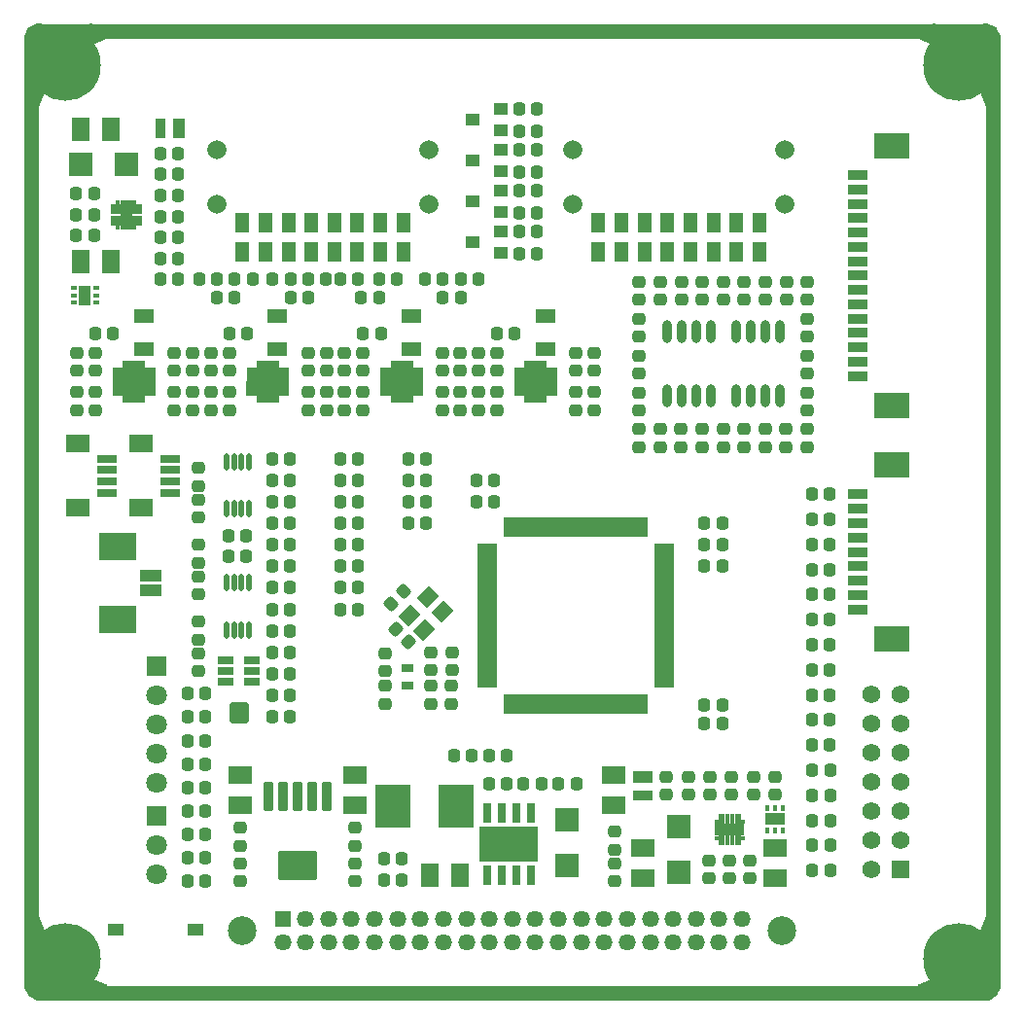
<source format=gbr>
G04*
G04 #@! TF.GenerationSoftware,Altium Limited,Altium Designer,24.1.2 (44)*
G04*
G04 Layer_Color=8388736*
%FSLAX44Y44*%
%MOMM*%
G71*
G04*
G04 #@! TF.SameCoordinates,0167BC31-9F51-4C88-88AF-6E24005CD23D*
G04*
G04*
G04 #@! TF.FilePolarity,Negative*
G04*
G01*
G75*
%ADD24C,1.2300*%
%ADD71R,1.6764X0.7366*%
G04:AMPARAMS|DCode=72|XSize=1.1532mm|YSize=1.0532mm|CornerRadius=0.3141mm|HoleSize=0mm|Usage=FLASHONLY|Rotation=270.000|XOffset=0mm|YOffset=0mm|HoleType=Round|Shape=RoundedRectangle|*
%AMROUNDEDRECTD72*
21,1,1.1532,0.4250,0,0,270.0*
21,1,0.5250,1.0532,0,0,270.0*
1,1,0.6282,-0.2125,-0.2625*
1,1,0.6282,-0.2125,0.2625*
1,1,0.6282,0.2125,0.2625*
1,1,0.6282,0.2125,-0.2625*
%
%ADD72ROUNDEDRECTD72*%
G04:AMPARAMS|DCode=73|XSize=1.6729mm|YSize=0.8032mm|CornerRadius=0.2516mm|HoleSize=0mm|Usage=FLASHONLY|Rotation=180.000|XOffset=0mm|YOffset=0mm|HoleType=Round|Shape=RoundedRectangle|*
%AMROUNDEDRECTD73*
21,1,1.6729,0.3000,0,0,180.0*
21,1,1.1697,0.8032,0,0,180.0*
1,1,0.5032,-0.5849,0.1500*
1,1,0.5032,0.5849,0.1500*
1,1,0.5032,0.5849,-0.1500*
1,1,0.5032,-0.5849,-0.1500*
%
%ADD73ROUNDEDRECTD73*%
%ADD74R,5.1032X3.1532*%
%ADD75R,3.1524X2.2524*%
%ADD76R,1.7524X0.9524*%
%ADD77R,1.1532X1.1032*%
G04:AMPARAMS|DCode=78|XSize=1.3032mm|YSize=1.5032mm|CornerRadius=0mm|HoleSize=0mm|Usage=FLASHONLY|Rotation=135.000|XOffset=0mm|YOffset=0mm|HoleType=Round|Shape=Rectangle|*
%AMROTATEDRECTD78*
4,1,4,0.9922,0.0707,-0.0707,-0.9922,-0.9922,-0.0707,0.0707,0.9922,0.9922,0.0707,0.0*
%
%ADD78ROTATEDRECTD78*%

%ADD79R,1.7032X1.2032*%
%ADD80R,2.0032X1.6032*%
%ADD81R,1.6032X2.0032*%
G04:AMPARAMS|DCode=82|XSize=1.1532mm|YSize=1.0532mm|CornerRadius=0.3141mm|HoleSize=0mm|Usage=FLASHONLY|Rotation=180.000|XOffset=0mm|YOffset=0mm|HoleType=Round|Shape=RoundedRectangle|*
%AMROUNDEDRECTD82*
21,1,1.1532,0.4250,0,0,180.0*
21,1,0.5250,1.0532,0,0,180.0*
1,1,0.6282,-0.2625,0.2125*
1,1,0.6282,0.2625,0.2125*
1,1,0.6282,0.2625,-0.2125*
1,1,0.6282,-0.2625,-0.2125*
%
%ADD82ROUNDEDRECTD82*%
G04:AMPARAMS|DCode=83|XSize=1.1532mm|YSize=1.0532mm|CornerRadius=0.3141mm|HoleSize=0mm|Usage=FLASHONLY|Rotation=315.000|XOffset=0mm|YOffset=0mm|HoleType=Round|Shape=RoundedRectangle|*
%AMROUNDEDRECTD83*
21,1,1.1532,0.4250,0,0,315.0*
21,1,0.5250,1.0532,0,0,315.0*
1,1,0.6282,0.0354,-0.3359*
1,1,0.6282,-0.3359,0.0354*
1,1,0.6282,-0.0354,0.3359*
1,1,0.6282,0.3359,-0.0354*
%
%ADD83ROUNDEDRECTD83*%
G04:AMPARAMS|DCode=84|XSize=1.1532mm|YSize=1.0532mm|CornerRadius=0.3141mm|HoleSize=0mm|Usage=FLASHONLY|Rotation=45.000|XOffset=0mm|YOffset=0mm|HoleType=Round|Shape=RoundedRectangle|*
%AMROUNDEDRECTD84*
21,1,1.1532,0.4250,0,0,45.0*
21,1,0.5250,1.0532,0,0,45.0*
1,1,0.6282,0.3359,0.0354*
1,1,0.6282,-0.0354,-0.3359*
1,1,0.6282,-0.3359,-0.0354*
1,1,0.6282,0.0354,0.3359*
%
%ADD84ROUNDEDRECTD84*%
%ADD85R,2.1050X1.4954*%
%ADD86R,1.6510X0.7620*%
%ADD87R,2.0032X2.0032*%
%ADD88R,2.0032X2.0032*%
%ADD89R,1.4032X0.8032*%
%ADD90R,1.2032X1.7032*%
%ADD91R,1.7272X0.5334*%
%ADD92R,0.5334X1.7272*%
%ADD93R,0.4532X0.8532*%
%ADD94R,0.5032X0.8532*%
%ADD95R,0.8532X0.4532*%
%ADD96R,2.6032X0.5032*%
%ADD97R,0.8532X0.5032*%
%ADD98R,0.5032X2.6032*%
%ADD99R,1.1032X0.8032*%
%ADD100R,1.9050X1.0160*%
%ADD101R,3.3020X2.4130*%
%ADD102R,1.7016X1.1016*%
%ADD103R,0.4016X0.5516*%
%ADD104R,1.1016X1.7016*%
%ADD105R,0.5516X0.4016*%
%ADD106R,3.1532X3.7032*%
%ADD107R,1.7032X0.9032*%
%ADD108R,1.7032X1.0032*%
%ADD109R,0.9032X1.7032*%
%ADD110R,1.0032X1.7032*%
%ADD111O,0.4516X1.5016*%
%ADD112R,0.8532X0.5032*%
%ADD113R,0.9032X1.2032*%
%ADD114R,0.8532X0.4318*%
%ADD115O,0.8032X2.0032*%
%ADD116R,1.4032X1.0032*%
G04:AMPARAMS|DCode=117|XSize=0.9032mm|YSize=2.6032mm|CornerRadius=0.1506mm|HoleSize=0mm|Usage=FLASHONLY|Rotation=0.000|XOffset=0mm|YOffset=0mm|HoleType=Round|Shape=RoundedRectangle|*
%AMROUNDEDRECTD117*
21,1,0.9032,2.3020,0,0,0.0*
21,1,0.6020,2.6032,0,0,0.0*
1,1,0.3012,0.3010,-1.1510*
1,1,0.3012,-0.3010,-1.1510*
1,1,0.3012,-0.3010,1.1510*
1,1,0.3012,0.3010,1.1510*
%
%ADD117ROUNDEDRECTD117*%
G04:AMPARAMS|DCode=118|XSize=3.4032mm|YSize=2.6032mm|CornerRadius=0.1496mm|HoleSize=0mm|Usage=FLASHONLY|Rotation=0.000|XOffset=0mm|YOffset=0mm|HoleType=Round|Shape=RoundedRectangle|*
%AMROUNDEDRECTD118*
21,1,3.4032,2.3040,0,0,0.0*
21,1,3.1040,2.6032,0,0,0.0*
1,1,0.2992,1.5520,-1.1520*
1,1,0.2992,-1.5520,-1.1520*
1,1,0.2992,-1.5520,1.1520*
1,1,0.2992,1.5520,1.1520*
%
%ADD118ROUNDEDRECTD118*%
%ADD119R,1.5732X1.5732*%
%ADD120C,1.5732*%
%ADD121C,1.6612*%
%ADD122C,1.4612*%
%ADD123R,1.4612X1.4612*%
%ADD124C,2.5032*%
%ADD125C,1.2032*%
%ADD126C,6.2032*%
%ADD127C,1.8032*%
%ADD128R,1.8032X1.8032*%
G36*
X72652Y837497D02*
X60031Y831958D01*
X36000Y840539D01*
X16444Y833556D01*
X9461Y814000D01*
X18041Y789969D01*
X12503Y777348D01*
X203Y791409D01*
X5264Y814000D01*
X203Y836591D01*
X11965Y837935D01*
Y837959D01*
X12003Y837997D01*
X12077Y837997D01*
X13409Y849797D01*
X36000Y844736D01*
X58591Y849797D01*
X72652Y837497D01*
D02*
G37*
G36*
X837941Y838035D02*
X837959D01*
X837997Y837997D01*
X837997Y837914D01*
X849803Y836551D01*
X849736Y835727D01*
X849535Y834425D01*
X847394Y824422D01*
X844868Y814000D01*
X847394Y803578D01*
X849535Y793575D01*
X849736Y792273D01*
X849803Y791449D01*
X837503Y777355D01*
X831991Y789993D01*
X840533Y814000D01*
X834066Y832174D01*
X832200Y834040D01*
X814000Y840539D01*
X789968Y831958D01*
X777347Y837496D01*
X791408Y849797D01*
X814000Y844736D01*
X836592Y849797D01*
X837941Y838035D01*
D02*
G37*
G36*
X454968Y550608D02*
X463723Y550607D01*
Y526070D01*
X463714Y526061D01*
X454968D01*
X454972Y526057D01*
X454970Y519971D01*
X435443Y519972D01*
Y526070D01*
X426672Y526070D01*
X426697Y550609D01*
X435443Y550609D01*
Y556704D01*
X454968D01*
Y550608D01*
D02*
G37*
G36*
X338429D02*
X347184Y550607D01*
Y526070D01*
X347175Y526061D01*
X338429D01*
X338433Y526057D01*
X338431Y519971D01*
X318904Y519972D01*
Y526070D01*
X310133Y526070D01*
X310158Y550609D01*
X318904Y550609D01*
Y556704D01*
X338429D01*
Y550608D01*
D02*
G37*
G36*
X105350D02*
X114105Y550607D01*
Y526070D01*
X114096Y526061D01*
X105350D01*
X105354Y526057D01*
X105352Y519971D01*
X85826Y519972D01*
Y526070D01*
X77054Y526070D01*
X77079Y550609D01*
X85826Y550609D01*
Y556704D01*
X105350D01*
Y550608D01*
D02*
G37*
G36*
X221867Y550571D02*
X230623Y550570D01*
Y526033D01*
X230613Y526024D01*
X221867D01*
X221871Y526020D01*
X221870Y519934D01*
X202343Y519935D01*
Y526033D01*
X193571Y526033D01*
X193596Y550572D01*
X202343Y550572D01*
Y556667D01*
X221867D01*
Y550571D01*
D02*
G37*
G36*
X444455Y171018D02*
X444475D01*
X444505Y171008D01*
X444525D01*
X444555Y170998D01*
X444575Y170988D01*
X444605Y170978D01*
X444625Y170958D01*
X444645Y170948D01*
X444665Y170928D01*
X444685Y170918D01*
X444705Y170898D01*
X444725Y170878D01*
X444745Y170858D01*
X444765Y170838D01*
X444775Y170818D01*
X444795Y170798D01*
X444805Y170778D01*
X444825Y170758D01*
X444835Y170728D01*
X444845Y170708D01*
X444855Y170678D01*
Y170658D01*
X444865Y170628D01*
Y170608D01*
X444875Y170578D01*
Y154578D01*
X444865Y154548D01*
Y154528D01*
X444855Y154498D01*
Y154478D01*
X444845Y154448D01*
X444835Y154428D01*
X444825Y154398D01*
X444805Y154378D01*
X444795Y154358D01*
X444775Y154338D01*
X444765Y154318D01*
X444745Y154298D01*
X444725Y154278D01*
X444705Y154258D01*
X444685Y154238D01*
X444665Y154228D01*
X444645Y154208D01*
X444625Y154198D01*
X444605Y154178D01*
X444575Y154168D01*
X444555Y154158D01*
X444525Y154148D01*
X444505D01*
X444475Y154138D01*
X444455D01*
X444425Y154128D01*
X437925D01*
X437895Y154138D01*
X437875D01*
X437845Y154148D01*
X437825D01*
X437795Y154158D01*
X437775Y154168D01*
X437745Y154178D01*
X437725Y154198D01*
X437705Y154208D01*
X437685Y154228D01*
X437665Y154238D01*
X437645Y154258D01*
X437625Y154278D01*
X437605Y154298D01*
X437585Y154318D01*
X437575Y154338D01*
X437555Y154358D01*
X437545Y154378D01*
X437525Y154398D01*
X437515Y154428D01*
X437505Y154448D01*
X437495Y154478D01*
Y154498D01*
X437485Y154528D01*
Y154548D01*
X437475Y154578D01*
Y170578D01*
X437485Y170608D01*
Y170628D01*
X437495Y170658D01*
Y170678D01*
X437505Y170708D01*
X437515Y170728D01*
X437525Y170758D01*
X437545Y170778D01*
X437555Y170798D01*
X437575Y170818D01*
X437585Y170838D01*
X437605Y170858D01*
X437625Y170878D01*
X437645Y170898D01*
X437665Y170918D01*
X437685Y170928D01*
X437705Y170948D01*
X437725Y170958D01*
X437745Y170978D01*
X437775Y170988D01*
X437795Y170998D01*
X437825Y171008D01*
X437845D01*
X437875Y171018D01*
X437895D01*
X437925Y171028D01*
X444425D01*
X444455Y171018D01*
D02*
G37*
G36*
X431755D02*
X431775D01*
X431805Y171008D01*
X431825D01*
X431855Y170998D01*
X431875Y170988D01*
X431905Y170978D01*
X431925Y170958D01*
X431945Y170948D01*
X431965Y170928D01*
X431985Y170918D01*
X432005Y170898D01*
X432025Y170878D01*
X432045Y170858D01*
X432065Y170838D01*
X432075Y170818D01*
X432095Y170798D01*
X432105Y170778D01*
X432125Y170758D01*
X432135Y170728D01*
X432145Y170708D01*
X432155Y170678D01*
Y170658D01*
X432165Y170628D01*
Y170608D01*
X432175Y170578D01*
Y154578D01*
X432165Y154548D01*
Y154528D01*
X432155Y154498D01*
Y154478D01*
X432145Y154448D01*
X432135Y154428D01*
X432125Y154398D01*
X432105Y154378D01*
X432095Y154358D01*
X432075Y154338D01*
X432065Y154318D01*
X432045Y154298D01*
X432025Y154278D01*
X432005Y154258D01*
X431985Y154238D01*
X431965Y154228D01*
X431945Y154208D01*
X431925Y154198D01*
X431905Y154178D01*
X431875Y154168D01*
X431855Y154158D01*
X431825Y154148D01*
X431805D01*
X431775Y154138D01*
X431755D01*
X431725Y154128D01*
X425225D01*
X425195Y154138D01*
X425175D01*
X425145Y154148D01*
X425125D01*
X425095Y154158D01*
X425075Y154168D01*
X425045Y154178D01*
X425025Y154198D01*
X425005Y154208D01*
X424985Y154228D01*
X424965Y154238D01*
X424945Y154258D01*
X424925Y154278D01*
X424905Y154298D01*
X424885Y154318D01*
X424875Y154338D01*
X424855Y154358D01*
X424845Y154378D01*
X424825Y154398D01*
X424815Y154428D01*
X424805Y154448D01*
X424795Y154478D01*
Y154498D01*
X424785Y154528D01*
Y154548D01*
X424775Y154578D01*
Y170578D01*
X424785Y170608D01*
Y170628D01*
X424795Y170658D01*
Y170678D01*
X424805Y170708D01*
X424815Y170728D01*
X424825Y170758D01*
X424845Y170778D01*
X424855Y170798D01*
X424875Y170818D01*
X424885Y170838D01*
X424905Y170858D01*
X424925Y170878D01*
X424945Y170898D01*
X424965Y170918D01*
X424985Y170928D01*
X425005Y170948D01*
X425025Y170958D01*
X425045Y170978D01*
X425075Y170988D01*
X425095Y170998D01*
X425125Y171008D01*
X425145D01*
X425175Y171018D01*
X425195D01*
X425225Y171028D01*
X431725D01*
X431755Y171018D01*
D02*
G37*
G36*
X419055D02*
X419075D01*
X419105Y171008D01*
X419125D01*
X419155Y170998D01*
X419175Y170988D01*
X419205Y170978D01*
X419225Y170958D01*
X419245Y170948D01*
X419265Y170928D01*
X419285Y170918D01*
X419305Y170898D01*
X419325Y170878D01*
X419345Y170858D01*
X419365Y170838D01*
X419375Y170818D01*
X419395Y170798D01*
X419405Y170778D01*
X419425Y170758D01*
X419435Y170728D01*
X419445Y170708D01*
X419455Y170678D01*
Y170658D01*
X419465Y170628D01*
Y170608D01*
X419475Y170578D01*
Y154578D01*
X419465Y154548D01*
Y154528D01*
X419455Y154498D01*
Y154478D01*
X419445Y154448D01*
X419435Y154428D01*
X419425Y154398D01*
X419405Y154378D01*
X419395Y154358D01*
X419375Y154338D01*
X419365Y154318D01*
X419345Y154298D01*
X419325Y154278D01*
X419305Y154258D01*
X419285Y154238D01*
X419265Y154228D01*
X419245Y154208D01*
X419225Y154198D01*
X419205Y154178D01*
X419175Y154168D01*
X419155Y154158D01*
X419125Y154148D01*
X419105D01*
X419075Y154138D01*
X419055D01*
X419025Y154128D01*
X412525D01*
X412495Y154138D01*
X412475D01*
X412445Y154148D01*
X412425D01*
X412395Y154158D01*
X412375Y154168D01*
X412345Y154178D01*
X412325Y154198D01*
X412305Y154208D01*
X412285Y154228D01*
X412265Y154238D01*
X412245Y154258D01*
X412225Y154278D01*
X412205Y154298D01*
X412185Y154318D01*
X412175Y154338D01*
X412155Y154358D01*
X412145Y154378D01*
X412125Y154398D01*
X412115Y154428D01*
X412105Y154448D01*
X412095Y154478D01*
Y154498D01*
X412085Y154528D01*
Y154548D01*
X412075Y154578D01*
Y170578D01*
X412085Y170608D01*
Y170628D01*
X412095Y170658D01*
Y170678D01*
X412105Y170708D01*
X412115Y170728D01*
X412125Y170758D01*
X412145Y170778D01*
X412155Y170798D01*
X412175Y170818D01*
X412185Y170838D01*
X412205Y170858D01*
X412225Y170878D01*
X412245Y170898D01*
X412265Y170918D01*
X412285Y170928D01*
X412305Y170948D01*
X412325Y170958D01*
X412345Y170978D01*
X412375Y170988D01*
X412395Y170998D01*
X412425Y171008D01*
X412445D01*
X412475Y171018D01*
X412495D01*
X412525Y171028D01*
X419025D01*
X419055Y171018D01*
D02*
G37*
G36*
X406355D02*
X406375D01*
X406405Y171008D01*
X406425D01*
X406455Y170998D01*
X406475Y170988D01*
X406505Y170978D01*
X406525Y170958D01*
X406545Y170948D01*
X406565Y170928D01*
X406585Y170918D01*
X406605Y170898D01*
X406625Y170878D01*
X406645Y170858D01*
X406665Y170838D01*
X406675Y170818D01*
X406695Y170798D01*
X406705Y170778D01*
X406725Y170758D01*
X406735Y170728D01*
X406745Y170708D01*
X406755Y170678D01*
Y170658D01*
X406765Y170628D01*
Y170608D01*
X406775Y170578D01*
Y154578D01*
X406765Y154548D01*
Y154528D01*
X406755Y154498D01*
Y154478D01*
X406745Y154448D01*
X406735Y154428D01*
X406725Y154398D01*
X406705Y154378D01*
X406695Y154358D01*
X406675Y154338D01*
X406665Y154318D01*
X406645Y154298D01*
X406625Y154278D01*
X406605Y154258D01*
X406585Y154238D01*
X406565Y154228D01*
X406545Y154208D01*
X406525Y154198D01*
X406505Y154178D01*
X406475Y154168D01*
X406455Y154158D01*
X406425Y154148D01*
X406405D01*
X406375Y154138D01*
X406355D01*
X406325Y154128D01*
X399825D01*
X399795Y154138D01*
X399775D01*
X399745Y154148D01*
X399725D01*
X399695Y154158D01*
X399675Y154168D01*
X399645Y154178D01*
X399625Y154198D01*
X399605Y154208D01*
X399585Y154228D01*
X399565Y154238D01*
X399545Y154258D01*
X399525Y154278D01*
X399505Y154298D01*
X399485Y154318D01*
X399475Y154338D01*
X399455Y154358D01*
X399445Y154378D01*
X399425Y154398D01*
X399415Y154428D01*
X399405Y154448D01*
X399395Y154478D01*
Y154498D01*
X399385Y154528D01*
Y154548D01*
X399375Y154578D01*
Y170578D01*
X399385Y170608D01*
Y170628D01*
X399395Y170658D01*
Y170678D01*
X399405Y170708D01*
X399415Y170728D01*
X399425Y170758D01*
X399445Y170778D01*
X399455Y170798D01*
X399475Y170818D01*
X399485Y170838D01*
X399505Y170858D01*
X399525Y170878D01*
X399545Y170898D01*
X399565Y170918D01*
X399585Y170928D01*
X399605Y170948D01*
X399625Y170958D01*
X399645Y170978D01*
X399675Y170988D01*
X399695Y170998D01*
X399725Y171008D01*
X399745D01*
X399775Y171018D01*
X399795D01*
X399825Y171028D01*
X406325D01*
X406355Y171018D01*
D02*
G37*
G36*
X437625Y122578D02*
X406625D01*
Y148578D01*
X437625D01*
Y122578D01*
D02*
G37*
G36*
X444455Y117018D02*
X444475D01*
X444505Y117008D01*
X444525D01*
X444555Y116998D01*
X444575Y116988D01*
X444605Y116978D01*
X444625Y116958D01*
X444645Y116948D01*
X444665Y116928D01*
X444685Y116918D01*
X444705Y116898D01*
X444725Y116878D01*
X444745Y116858D01*
X444765Y116838D01*
X444775Y116818D01*
X444795Y116798D01*
X444805Y116778D01*
X444825Y116758D01*
X444835Y116728D01*
X444845Y116708D01*
X444855Y116678D01*
Y116658D01*
X444865Y116628D01*
Y116608D01*
X444875Y116578D01*
Y100578D01*
X444865Y100548D01*
Y100528D01*
X444855Y100498D01*
Y100478D01*
X444845Y100448D01*
X444835Y100428D01*
X444825Y100398D01*
X444805Y100378D01*
X444795Y100358D01*
X444775Y100338D01*
X444765Y100318D01*
X444745Y100298D01*
X444725Y100278D01*
X444705Y100258D01*
X444685Y100238D01*
X444665Y100228D01*
X444645Y100208D01*
X444625Y100198D01*
X444605Y100178D01*
X444575Y100168D01*
X444555Y100158D01*
X444525Y100148D01*
X444505D01*
X444475Y100138D01*
X444455D01*
X444425Y100128D01*
X437925D01*
X437895Y100138D01*
X437875D01*
X437845Y100148D01*
X437825D01*
X437795Y100158D01*
X437775Y100168D01*
X437745Y100178D01*
X437725Y100198D01*
X437705Y100208D01*
X437685Y100228D01*
X437665Y100238D01*
X437645Y100258D01*
X437625Y100278D01*
X437605Y100298D01*
X437585Y100318D01*
X437575Y100338D01*
X437555Y100358D01*
X437545Y100378D01*
X437525Y100398D01*
X437515Y100428D01*
X437505Y100448D01*
X437495Y100478D01*
Y100498D01*
X437485Y100528D01*
Y100548D01*
X437475Y100578D01*
Y116578D01*
X437485Y116608D01*
Y116628D01*
X437495Y116658D01*
Y116678D01*
X437505Y116708D01*
X437515Y116728D01*
X437525Y116758D01*
X437545Y116778D01*
X437555Y116798D01*
X437575Y116818D01*
X437585Y116838D01*
X437605Y116858D01*
X437625Y116878D01*
X437645Y116898D01*
X437665Y116918D01*
X437685Y116928D01*
X437705Y116948D01*
X437725Y116958D01*
X437745Y116978D01*
X437775Y116988D01*
X437795Y116998D01*
X437825Y117008D01*
X437845D01*
X437875Y117018D01*
X437895D01*
X437925Y117028D01*
X444425D01*
X444455Y117018D01*
D02*
G37*
G36*
X431755D02*
X431775D01*
X431805Y117008D01*
X431825D01*
X431855Y116998D01*
X431875Y116988D01*
X431905Y116978D01*
X431925Y116958D01*
X431945Y116948D01*
X431965Y116928D01*
X431985Y116918D01*
X432005Y116898D01*
X432025Y116878D01*
X432045Y116858D01*
X432065Y116838D01*
X432075Y116818D01*
X432095Y116798D01*
X432105Y116778D01*
X432125Y116758D01*
X432135Y116728D01*
X432145Y116708D01*
X432155Y116678D01*
Y116658D01*
X432165Y116628D01*
Y116608D01*
X432175Y116578D01*
Y100578D01*
X432165Y100548D01*
Y100528D01*
X432155Y100498D01*
Y100478D01*
X432145Y100448D01*
X432135Y100428D01*
X432125Y100398D01*
X432105Y100378D01*
X432095Y100358D01*
X432075Y100338D01*
X432065Y100318D01*
X432045Y100298D01*
X432025Y100278D01*
X432005Y100258D01*
X431985Y100238D01*
X431965Y100228D01*
X431945Y100208D01*
X431925Y100198D01*
X431905Y100178D01*
X431875Y100168D01*
X431855Y100158D01*
X431825Y100148D01*
X431805D01*
X431775Y100138D01*
X431755D01*
X431725Y100128D01*
X425225D01*
X425195Y100138D01*
X425175D01*
X425145Y100148D01*
X425125D01*
X425095Y100158D01*
X425075Y100168D01*
X425045Y100178D01*
X425025Y100198D01*
X425005Y100208D01*
X424985Y100228D01*
X424965Y100238D01*
X424945Y100258D01*
X424925Y100278D01*
X424905Y100298D01*
X424885Y100318D01*
X424875Y100338D01*
X424855Y100358D01*
X424845Y100378D01*
X424825Y100398D01*
X424815Y100428D01*
X424805Y100448D01*
X424795Y100478D01*
Y100498D01*
X424785Y100528D01*
Y100548D01*
X424775Y100578D01*
Y116578D01*
X424785Y116608D01*
Y116628D01*
X424795Y116658D01*
Y116678D01*
X424805Y116708D01*
X424815Y116728D01*
X424825Y116758D01*
X424845Y116778D01*
X424855Y116798D01*
X424875Y116818D01*
X424885Y116838D01*
X424905Y116858D01*
X424925Y116878D01*
X424945Y116898D01*
X424965Y116918D01*
X424985Y116928D01*
X425005Y116948D01*
X425025Y116958D01*
X425045Y116978D01*
X425075Y116988D01*
X425095Y116998D01*
X425125Y117008D01*
X425145D01*
X425175Y117018D01*
X425195D01*
X425225Y117028D01*
X431725D01*
X431755Y117018D01*
D02*
G37*
G36*
X419055D02*
X419075D01*
X419105Y117008D01*
X419125D01*
X419155Y116998D01*
X419175Y116988D01*
X419205Y116978D01*
X419225Y116958D01*
X419245Y116948D01*
X419265Y116928D01*
X419285Y116918D01*
X419305Y116898D01*
X419325Y116878D01*
X419345Y116858D01*
X419365Y116838D01*
X419375Y116818D01*
X419395Y116798D01*
X419405Y116778D01*
X419425Y116758D01*
X419435Y116728D01*
X419445Y116708D01*
X419455Y116678D01*
Y116658D01*
X419465Y116628D01*
Y116608D01*
X419475Y116578D01*
Y100578D01*
X419465Y100548D01*
Y100528D01*
X419455Y100498D01*
Y100478D01*
X419445Y100448D01*
X419435Y100428D01*
X419425Y100398D01*
X419405Y100378D01*
X419395Y100358D01*
X419375Y100338D01*
X419365Y100318D01*
X419345Y100298D01*
X419325Y100278D01*
X419305Y100258D01*
X419285Y100238D01*
X419265Y100228D01*
X419245Y100208D01*
X419225Y100198D01*
X419205Y100178D01*
X419175Y100168D01*
X419155Y100158D01*
X419125Y100148D01*
X419105D01*
X419075Y100138D01*
X419055D01*
X419025Y100128D01*
X412525D01*
X412495Y100138D01*
X412475D01*
X412445Y100148D01*
X412425D01*
X412395Y100158D01*
X412375Y100168D01*
X412345Y100178D01*
X412325Y100198D01*
X412305Y100208D01*
X412285Y100228D01*
X412265Y100238D01*
X412245Y100258D01*
X412225Y100278D01*
X412205Y100298D01*
X412185Y100318D01*
X412175Y100338D01*
X412155Y100358D01*
X412145Y100378D01*
X412125Y100398D01*
X412115Y100428D01*
X412105Y100448D01*
X412095Y100478D01*
Y100498D01*
X412085Y100528D01*
Y100548D01*
X412075Y100578D01*
Y116578D01*
X412085Y116608D01*
Y116628D01*
X412095Y116658D01*
Y116678D01*
X412105Y116708D01*
X412115Y116728D01*
X412125Y116758D01*
X412145Y116778D01*
X412155Y116798D01*
X412175Y116818D01*
X412185Y116838D01*
X412205Y116858D01*
X412225Y116878D01*
X412245Y116898D01*
X412265Y116918D01*
X412285Y116928D01*
X412305Y116948D01*
X412325Y116958D01*
X412345Y116978D01*
X412375Y116988D01*
X412395Y116998D01*
X412425Y117008D01*
X412445D01*
X412475Y117018D01*
X412495D01*
X412525Y117028D01*
X419025D01*
X419055Y117018D01*
D02*
G37*
G36*
X406355D02*
X406375D01*
X406405Y117008D01*
X406425D01*
X406455Y116998D01*
X406475Y116988D01*
X406505Y116978D01*
X406525Y116958D01*
X406545Y116948D01*
X406565Y116928D01*
X406585Y116918D01*
X406605Y116898D01*
X406625Y116878D01*
X406645Y116858D01*
X406665Y116838D01*
X406675Y116818D01*
X406695Y116798D01*
X406705Y116778D01*
X406725Y116758D01*
X406735Y116728D01*
X406745Y116708D01*
X406755Y116678D01*
Y116658D01*
X406765Y116628D01*
Y116608D01*
X406775Y116578D01*
Y100578D01*
X406765Y100548D01*
Y100528D01*
X406755Y100498D01*
Y100478D01*
X406745Y100448D01*
X406735Y100428D01*
X406725Y100398D01*
X406705Y100378D01*
X406695Y100358D01*
X406675Y100338D01*
X406665Y100318D01*
X406645Y100298D01*
X406625Y100278D01*
X406605Y100258D01*
X406585Y100238D01*
X406565Y100228D01*
X406545Y100208D01*
X406525Y100198D01*
X406505Y100178D01*
X406475Y100168D01*
X406455Y100158D01*
X406425Y100148D01*
X406405D01*
X406375Y100138D01*
X406355D01*
X406325Y100128D01*
X399825D01*
X399795Y100138D01*
X399775D01*
X399745Y100148D01*
X399725D01*
X399695Y100158D01*
X399675Y100168D01*
X399645Y100178D01*
X399625Y100198D01*
X399605Y100208D01*
X399585Y100228D01*
X399565Y100238D01*
X399545Y100258D01*
X399525Y100278D01*
X399505Y100298D01*
X399485Y100318D01*
X399475Y100338D01*
X399455Y100358D01*
X399445Y100378D01*
X399425Y100398D01*
X399415Y100428D01*
X399405Y100448D01*
X399395Y100478D01*
Y100498D01*
X399385Y100528D01*
Y100548D01*
X399375Y100578D01*
Y116578D01*
X399385Y116608D01*
Y116628D01*
X399395Y116658D01*
Y116678D01*
X399405Y116708D01*
X399415Y116728D01*
X399425Y116758D01*
X399445Y116778D01*
X399455Y116798D01*
X399475Y116818D01*
X399485Y116838D01*
X399505Y116858D01*
X399525Y116878D01*
X399545Y116898D01*
X399565Y116918D01*
X399585Y116928D01*
X399605Y116948D01*
X399625Y116958D01*
X399645Y116978D01*
X399675Y116988D01*
X399695Y116998D01*
X399725Y117008D01*
X399745D01*
X399775Y117018D01*
X399795D01*
X399825Y117028D01*
X406325D01*
X406355Y117018D01*
D02*
G37*
G36*
X849803Y58551D02*
X849736Y57728D01*
X849535Y56425D01*
X847394Y46423D01*
X844868Y36000D01*
X847394Y25577D01*
X849535Y15575D01*
X849736Y14272D01*
X849803Y13449D01*
X838035Y12060D01*
Y12041D01*
X837997Y12003D01*
X837563Y12004D01*
X837503Y11997D01*
X837502Y12004D01*
X833882Y12011D01*
Y197D01*
X832684Y268D01*
X831117Y480D01*
X826880Y1330D01*
X817765Y3667D01*
X813304Y4963D01*
X803579Y2606D01*
X793576Y465D01*
X792274Y264D01*
X791450Y197D01*
X777356Y12497D01*
X789994Y18008D01*
X806979Y11965D01*
X813976Y9476D01*
X832717Y14242D01*
X832832Y14357D01*
X840533Y36000D01*
X831990Y60007D01*
X837503Y72645D01*
X849803Y58551D01*
D02*
G37*
G36*
X18041Y60031D02*
X9461Y36000D01*
X16451Y16423D01*
X36000Y9467D01*
X60007Y18009D01*
X72644Y12497D01*
X58550Y197D01*
X57727Y264D01*
X56424Y465D01*
X46422Y2606D01*
X36000Y5132D01*
X25578Y2606D01*
X15576Y465D01*
X14273Y264D01*
X13450Y197D01*
X12066Y11965D01*
X12041D01*
X12003Y12003D01*
X12003Y12079D01*
X203Y13410D01*
X5264Y36000D01*
X203Y58590D01*
X12503Y72652D01*
X18041Y60031D01*
D02*
G37*
D24*
X843653Y837997D02*
G03*
X838020Y843646I-5650J0D01*
G01*
X838003Y6347D02*
G03*
X843653Y11984I0J5650D01*
G01*
X6353Y11997D02*
G03*
X11991Y6347I5650J0D01*
G01*
X12003Y843647D02*
G03*
X6353Y838009I0J-5650D01*
G01*
X843653Y706779D02*
Y837971D01*
X843653Y696779D02*
X843653Y706779D01*
X843653Y426780D02*
Y696779D01*
X843653Y416780D02*
X843653Y426780D01*
X843653Y156780D02*
Y416780D01*
X843653Y146780D02*
X843653Y156780D01*
X843653Y11997D02*
Y146780D01*
X700857Y6347D02*
X833882D01*
X690857Y6347D02*
X700857Y6347D01*
X430857Y6347D02*
X690857D01*
X706321Y843646D02*
X838003D01*
X696321Y843646D02*
X706321Y843646D01*
X426322Y843646D02*
X696321D01*
X416322Y843647D02*
X426322Y843646D01*
X156323Y843647D02*
X416322D01*
X146323Y843647D02*
X156323Y843647D01*
X12021Y843647D02*
X146323D01*
X420857Y6347D02*
X430857Y6347D01*
X140858Y6347D02*
X150858Y6347D01*
X420857D01*
X12003Y6347D02*
X140858D01*
X6353Y705502D02*
Y837997D01*
X6353Y695502D02*
X6353Y705502D01*
X6353Y425503D02*
Y695502D01*
X6353Y415503D02*
X6353Y425503D01*
X6353Y155503D02*
Y415503D01*
X6353Y145503D02*
X6353Y155503D01*
X6353Y12022D02*
Y145503D01*
X833882Y6347D02*
X837978D01*
D71*
X187000Y249619D02*
D03*
D72*
X607750Y377645D02*
D03*
X592250D02*
D03*
X701750Y134342D02*
D03*
X686250D02*
D03*
X434830Y188458D02*
D03*
X450330D02*
D03*
X404485D02*
D03*
X419985D02*
D03*
X118726Y682041D02*
D03*
X134226D02*
D03*
X118726Y645433D02*
D03*
X134226D02*
D03*
X118726Y718649D02*
D03*
X134226D02*
D03*
X134226Y736953D02*
D03*
X118726D02*
D03*
X134226Y627130D02*
D03*
X118726D02*
D03*
X134226Y663737D02*
D03*
X118726D02*
D03*
X45204Y683373D02*
D03*
X60704D02*
D03*
X275280Y414875D02*
D03*
X290780D02*
D03*
X275280Y433755D02*
D03*
X290780D02*
D03*
X275280Y396265D02*
D03*
X290780D02*
D03*
X275280Y377520D02*
D03*
X290780D02*
D03*
X275280Y452500D02*
D03*
X290780D02*
D03*
X275280Y358775D02*
D03*
X290780D02*
D03*
X275280Y340030D02*
D03*
X290780D02*
D03*
X393750Y452500D02*
D03*
X409250D02*
D03*
X430924Y756564D02*
D03*
X446424D02*
D03*
X430924Y721004D02*
D03*
X446424D02*
D03*
X430924Y685444D02*
D03*
X446424D02*
D03*
X430924Y649884D02*
D03*
X446424D02*
D03*
X430924Y775564D02*
D03*
X446424D02*
D03*
X430924Y740004D02*
D03*
X446424D02*
D03*
X430924Y704444D02*
D03*
X446424D02*
D03*
X430924Y668884D02*
D03*
X446424D02*
D03*
X193170Y403860D02*
D03*
X177670D02*
D03*
X193170Y386493D02*
D03*
X177670D02*
D03*
X216131Y433671D02*
D03*
X231631D02*
D03*
X216131Y414926D02*
D03*
X231631D02*
D03*
X216131Y377436D02*
D03*
X231631D02*
D03*
X216131Y396181D02*
D03*
X231631D02*
D03*
X216131Y452417D02*
D03*
X231631D02*
D03*
X216131Y321201D02*
D03*
X231631D02*
D03*
X231631Y471162D02*
D03*
X216131D02*
D03*
X216131Y302456D02*
D03*
X231631D02*
D03*
X216131Y358691D02*
D03*
X231631D02*
D03*
X231631Y339946D02*
D03*
X216131D02*
D03*
X231631Y283711D02*
D03*
X216131D02*
D03*
X231631Y264966D02*
D03*
X216131D02*
D03*
X231631Y246221D02*
D03*
X216131D02*
D03*
X157610D02*
D03*
X142110D02*
D03*
X157610Y266700D02*
D03*
X142110D02*
D03*
X157610Y123346D02*
D03*
X142110D02*
D03*
X142110Y164304D02*
D03*
X157610D02*
D03*
X142110Y143825D02*
D03*
X157610D02*
D03*
X142110Y225742D02*
D03*
X157610D02*
D03*
X142110Y205263D02*
D03*
X157610D02*
D03*
X142110Y184783D02*
D03*
X157610D02*
D03*
X349928Y415010D02*
D03*
X334428D02*
D03*
X349928Y433755D02*
D03*
X334428D02*
D03*
X349928Y452500D02*
D03*
X334428D02*
D03*
X349928Y471245D02*
D03*
X334428D02*
D03*
X686250Y156185D02*
D03*
X701750D02*
D03*
X701345Y221712D02*
D03*
X685845D02*
D03*
X686250Y178027D02*
D03*
X701750D02*
D03*
X701750Y112500D02*
D03*
X686250D02*
D03*
X686250Y199870D02*
D03*
X701750D02*
D03*
X701345Y287240D02*
D03*
X685845D02*
D03*
X685845Y243555D02*
D03*
X701345D02*
D03*
X685845Y265397D02*
D03*
X701345D02*
D03*
X685845Y309083D02*
D03*
X701345D02*
D03*
X685845Y330925D02*
D03*
X701345D02*
D03*
X685845Y352767D02*
D03*
X701345D02*
D03*
X685845Y374610D02*
D03*
X701345D02*
D03*
X685845Y396452D02*
D03*
X701345D02*
D03*
X685845Y418295D02*
D03*
X701345D02*
D03*
X118726Y700345D02*
D03*
X134226D02*
D03*
X275280Y471245D02*
D03*
X290780D02*
D03*
X685845Y440137D02*
D03*
X701345D02*
D03*
X465175Y188458D02*
D03*
X480675D02*
D03*
X328965Y122500D02*
D03*
X313465D02*
D03*
X313138Y104117D02*
D03*
X328638D02*
D03*
X60836Y701802D02*
D03*
X45336D02*
D03*
X60704Y665194D02*
D03*
X45204D02*
D03*
X77546Y580255D02*
D03*
X62046D02*
D03*
X167762Y627122D02*
D03*
X152262D02*
D03*
X194115Y580255D02*
D03*
X178615D02*
D03*
X231903Y627122D02*
D03*
X216403D02*
D03*
X231903Y611124D02*
D03*
X247403D02*
D03*
X167762D02*
D03*
X183262D02*
D03*
Y627122D02*
D03*
X198762D02*
D03*
X247403D02*
D03*
X262903D02*
D03*
X310683Y580255D02*
D03*
X295183D02*
D03*
X275308Y627122D02*
D03*
X290808D02*
D03*
X427252Y580255D02*
D03*
X411752D02*
D03*
X364467Y627122D02*
D03*
X348967D02*
D03*
X293359Y611124D02*
D03*
X308859D02*
D03*
X364467D02*
D03*
X379967D02*
D03*
X308859Y627122D02*
D03*
X324359D02*
D03*
X379967D02*
D03*
X395467D02*
D03*
X592250Y415000D02*
D03*
X607750D02*
D03*
X393576Y433755D02*
D03*
X409076D02*
D03*
X607750Y396322D02*
D03*
X592250D02*
D03*
Y257048D02*
D03*
X607750D02*
D03*
X419985Y212500D02*
D03*
X404485D02*
D03*
X607750Y240842D02*
D03*
X592250D02*
D03*
X389993Y212500D02*
D03*
X374493D02*
D03*
X157610Y102992D02*
D03*
X142110D02*
D03*
D73*
X187002Y244922D02*
D03*
X186999Y255082D02*
D03*
D74*
X422125Y135578D02*
D03*
D75*
X755000Y517600D02*
D03*
Y743600D02*
D03*
Y465500D02*
D03*
Y314500D02*
D03*
D76*
X726000Y718100D02*
D03*
Y705600D02*
D03*
Y693100D02*
D03*
Y680600D02*
D03*
Y668100D02*
D03*
Y655600D02*
D03*
Y643100D02*
D03*
Y630600D02*
D03*
Y618100D02*
D03*
Y605600D02*
D03*
Y593100D02*
D03*
Y580600D02*
D03*
Y568100D02*
D03*
Y555600D02*
D03*
Y543100D02*
D03*
Y340000D02*
D03*
Y352500D02*
D03*
Y365000D02*
D03*
Y377500D02*
D03*
Y390000D02*
D03*
Y402500D02*
D03*
Y415000D02*
D03*
Y427500D02*
D03*
Y440000D02*
D03*
D77*
X415084Y756818D02*
D03*
X390084Y766318D02*
D03*
X415084Y775818D02*
D03*
Y721258D02*
D03*
X390084Y730758D02*
D03*
X415084Y740258D02*
D03*
Y685698D02*
D03*
X390084Y695198D02*
D03*
X415084Y704698D02*
D03*
Y650138D02*
D03*
X390084Y659638D02*
D03*
X415084Y669138D02*
D03*
D78*
X335031Y334344D02*
D03*
X351294Y350608D02*
D03*
X364022Y337880D02*
D03*
X347758Y321616D02*
D03*
D79*
X104000Y566527D02*
D03*
Y594990D02*
D03*
X220568Y566527D02*
D03*
Y594990D02*
D03*
X337137Y566527D02*
D03*
Y594990D02*
D03*
X453705Y566527D02*
D03*
Y594990D02*
D03*
D80*
X653636Y106258D02*
D03*
Y132258D02*
D03*
X538808Y106258D02*
D03*
Y132258D02*
D03*
X513198Y195360D02*
D03*
Y169360D02*
D03*
X287616Y195595D02*
D03*
Y169596D02*
D03*
X187794Y195595D02*
D03*
Y169596D02*
D03*
D81*
X379060Y108576D02*
D03*
X353060D02*
D03*
X49144Y642448D02*
D03*
X75144D02*
D03*
X49461Y757548D02*
D03*
X75461D02*
D03*
D82*
X634762Y194091D02*
D03*
Y178591D02*
D03*
X653636Y178591D02*
D03*
Y194091D02*
D03*
X578141Y178591D02*
D03*
Y194091D02*
D03*
X559267Y194091D02*
D03*
Y178591D02*
D03*
X615888Y194091D02*
D03*
Y178591D02*
D03*
X613953Y105953D02*
D03*
Y121453D02*
D03*
X535419Y481200D02*
D03*
Y496700D02*
D03*
X553740Y624970D02*
D03*
Y609470D02*
D03*
X571998Y496700D02*
D03*
Y481200D02*
D03*
X608702Y609470D02*
D03*
Y624970D02*
D03*
X590381Y609470D02*
D03*
Y624970D02*
D03*
X553708Y496700D02*
D03*
Y481200D02*
D03*
X663445Y481200D02*
D03*
Y496700D02*
D03*
X681984Y624970D02*
D03*
Y609470D02*
D03*
X626866Y496700D02*
D03*
Y481200D02*
D03*
X645343Y609470D02*
D03*
Y624970D02*
D03*
X627022Y609470D02*
D03*
Y624970D02*
D03*
X645155Y496700D02*
D03*
Y481200D02*
D03*
X597015Y178591D02*
D03*
Y194091D02*
D03*
X596169Y121453D02*
D03*
Y105953D02*
D03*
X631487Y121453D02*
D03*
Y105953D02*
D03*
X514452Y146403D02*
D03*
Y130903D02*
D03*
Y118492D02*
D03*
Y102992D02*
D03*
X287614Y149606D02*
D03*
Y134106D02*
D03*
X187792Y149606D02*
D03*
Y134106D02*
D03*
X287614Y118492D02*
D03*
Y102992D02*
D03*
X187792Y118492D02*
D03*
Y102992D02*
D03*
X45778Y547585D02*
D03*
Y563085D02*
D03*
X146691Y547585D02*
D03*
Y563085D02*
D03*
X61780Y547585D02*
D03*
Y563085D02*
D03*
X130863Y547585D02*
D03*
Y563085D02*
D03*
X162520Y547585D02*
D03*
Y563085D02*
D03*
X263260Y547585D02*
D03*
Y563085D02*
D03*
X178349Y547585D02*
D03*
Y563085D02*
D03*
X247431Y547585D02*
D03*
Y563085D02*
D03*
X61780Y528903D02*
D03*
Y513402D02*
D03*
X178349Y528903D02*
D03*
Y513402D02*
D03*
X45778D02*
D03*
Y528903D02*
D03*
X162520Y513402D02*
D03*
Y528903D02*
D03*
X146691D02*
D03*
Y513402D02*
D03*
X263260Y528903D02*
D03*
Y513402D02*
D03*
X130863Y528903D02*
D03*
Y513402D02*
D03*
X247431Y528903D02*
D03*
Y513402D02*
D03*
X279088Y547585D02*
D03*
Y563085D02*
D03*
X379828Y547585D02*
D03*
Y563085D02*
D03*
X294917Y547585D02*
D03*
Y563085D02*
D03*
X363999Y547585D02*
D03*
Y563085D02*
D03*
X395657Y547585D02*
D03*
Y563085D02*
D03*
X496316Y547585D02*
D03*
Y563085D02*
D03*
X411486Y547585D02*
D03*
Y563085D02*
D03*
X480568Y547585D02*
D03*
Y563085D02*
D03*
X294917Y528903D02*
D03*
Y513402D02*
D03*
X411486Y528903D02*
D03*
Y513402D02*
D03*
X279088D02*
D03*
Y528903D02*
D03*
X395657Y513402D02*
D03*
Y528903D02*
D03*
X496316D02*
D03*
Y513402D02*
D03*
X379828Y528903D02*
D03*
Y513402D02*
D03*
X363999Y528903D02*
D03*
Y513402D02*
D03*
X480568Y528903D02*
D03*
Y513402D02*
D03*
X535544Y577402D02*
D03*
Y592902D02*
D03*
X535544Y560835D02*
D03*
Y545335D02*
D03*
X535544Y609470D02*
D03*
Y624970D02*
D03*
X535544Y528768D02*
D03*
Y513268D02*
D03*
X590412Y496700D02*
D03*
Y481200D02*
D03*
X572185Y609470D02*
D03*
Y624970D02*
D03*
X681860Y545335D02*
D03*
Y560835D02*
D03*
X681860Y528768D02*
D03*
Y513268D02*
D03*
X681860Y577402D02*
D03*
Y592902D02*
D03*
X681860Y496700D02*
D03*
Y481200D02*
D03*
X608702Y496700D02*
D03*
Y481200D02*
D03*
X663789Y609470D02*
D03*
Y624970D02*
D03*
X151311Y462930D02*
D03*
Y447430D02*
D03*
Y395993D02*
D03*
Y380493D02*
D03*
Y435461D02*
D03*
Y419961D02*
D03*
Y368524D02*
D03*
Y353024D02*
D03*
X151943Y329055D02*
D03*
Y313555D02*
D03*
Y301586D02*
D03*
Y286087D02*
D03*
X353822Y302250D02*
D03*
Y286750D02*
D03*
X372364Y302250D02*
D03*
Y286750D02*
D03*
X314452Y257674D02*
D03*
Y273174D02*
D03*
X353822D02*
D03*
Y257674D02*
D03*
X372110Y273174D02*
D03*
Y257674D02*
D03*
X314452Y286122D02*
D03*
Y301622D02*
D03*
D83*
X319247Y344932D02*
D03*
X330207Y355892D02*
D03*
D84*
X334296Y311537D02*
D03*
X323336Y322497D02*
D03*
D85*
X101682Y484180D02*
D03*
Y428180D02*
D03*
X46412Y484180D02*
D03*
Y428180D02*
D03*
D86*
X127482Y471180D02*
D03*
Y461180D02*
D03*
Y451180D02*
D03*
Y441180D02*
D03*
X72212Y471180D02*
D03*
Y461180D02*
D03*
Y451180D02*
D03*
Y441180D02*
D03*
D87*
X570255Y150962D02*
D03*
Y110962D02*
D03*
X472159Y117101D02*
D03*
Y157102D02*
D03*
D88*
X89342Y727453D02*
D03*
X49342D02*
D03*
D89*
X175315Y295586D02*
D03*
Y286086D02*
D03*
Y276586D02*
D03*
X198315D02*
D03*
Y286086D02*
D03*
Y295586D02*
D03*
D90*
X190000Y651500D02*
D03*
Y676500D02*
D03*
X210000Y651500D02*
D03*
Y676500D02*
D03*
X230000Y651500D02*
D03*
Y676500D02*
D03*
X250000Y651500D02*
D03*
Y676500D02*
D03*
X270000Y651500D02*
D03*
Y676500D02*
D03*
X290000Y651500D02*
D03*
Y676500D02*
D03*
X310000Y651500D02*
D03*
Y676500D02*
D03*
X330000Y651500D02*
D03*
Y676500D02*
D03*
X500000Y651500D02*
D03*
Y676500D02*
D03*
X520000Y651500D02*
D03*
Y676500D02*
D03*
X540000Y651500D02*
D03*
Y676500D02*
D03*
X560000Y651500D02*
D03*
Y676500D02*
D03*
X580000Y651500D02*
D03*
Y676500D02*
D03*
X600000Y651500D02*
D03*
Y676500D02*
D03*
X620000Y651500D02*
D03*
Y676500D02*
D03*
X640000Y651500D02*
D03*
Y676500D02*
D03*
D91*
X402784Y394500D02*
D03*
Y389500D02*
D03*
Y384500D02*
D03*
Y379500D02*
D03*
Y374500D02*
D03*
Y369500D02*
D03*
Y364500D02*
D03*
Y359500D02*
D03*
Y354500D02*
D03*
Y349500D02*
D03*
Y344500D02*
D03*
Y339500D02*
D03*
Y334500D02*
D03*
Y329500D02*
D03*
Y324500D02*
D03*
Y319500D02*
D03*
Y314500D02*
D03*
Y309500D02*
D03*
Y304500D02*
D03*
Y299500D02*
D03*
Y294500D02*
D03*
Y289500D02*
D03*
Y284500D02*
D03*
Y279500D02*
D03*
Y274500D02*
D03*
X557216D02*
D03*
Y279500D02*
D03*
Y284500D02*
D03*
Y289500D02*
D03*
Y294500D02*
D03*
Y299500D02*
D03*
Y304500D02*
D03*
Y309500D02*
D03*
Y314500D02*
D03*
Y319500D02*
D03*
Y324500D02*
D03*
Y329500D02*
D03*
Y334500D02*
D03*
Y339500D02*
D03*
Y344500D02*
D03*
Y349500D02*
D03*
Y354500D02*
D03*
Y359500D02*
D03*
Y364500D02*
D03*
Y369500D02*
D03*
Y374500D02*
D03*
Y379500D02*
D03*
Y384500D02*
D03*
Y389500D02*
D03*
Y394500D02*
D03*
D92*
X420000Y257284D02*
D03*
X425000D02*
D03*
X430000D02*
D03*
X435000D02*
D03*
X440000D02*
D03*
X445000D02*
D03*
X450000D02*
D03*
X455000D02*
D03*
X460000D02*
D03*
X465000D02*
D03*
X470000D02*
D03*
X475000D02*
D03*
X480000D02*
D03*
X485000D02*
D03*
X490000D02*
D03*
X495000D02*
D03*
X500000D02*
D03*
X505000D02*
D03*
X510000D02*
D03*
X515000D02*
D03*
X520000D02*
D03*
X525000D02*
D03*
X530000D02*
D03*
X535000D02*
D03*
X540000D02*
D03*
Y411716D02*
D03*
X535000D02*
D03*
X530000D02*
D03*
X525000D02*
D03*
X520000D02*
D03*
X515000D02*
D03*
X510000D02*
D03*
X505000D02*
D03*
X500000D02*
D03*
X495000D02*
D03*
X490000D02*
D03*
X485000D02*
D03*
X480000D02*
D03*
X475000D02*
D03*
X470000D02*
D03*
X465000D02*
D03*
X460000D02*
D03*
X455000D02*
D03*
X450000D02*
D03*
X445000D02*
D03*
X440000D02*
D03*
X435000D02*
D03*
X430000D02*
D03*
X425000D02*
D03*
X420000D02*
D03*
D93*
X616447Y157187D02*
D03*
X611955Y157217D02*
D03*
X616447Y138717D02*
D03*
X611955D02*
D03*
X96169Y674510D02*
D03*
X81699D02*
D03*
X81699Y692010D02*
D03*
X96199D02*
D03*
X88001Y552437D02*
D03*
Y524237D02*
D03*
X93001D02*
D03*
X98001D02*
D03*
X103001D02*
D03*
X93001Y552437D02*
D03*
X98001D02*
D03*
X103001D02*
D03*
X204570D02*
D03*
Y524237D02*
D03*
X209570D02*
D03*
X214570D02*
D03*
X219570D02*
D03*
X209570Y552437D02*
D03*
X214570D02*
D03*
X219570D02*
D03*
X321138D02*
D03*
Y524237D02*
D03*
X326138D02*
D03*
X331138D02*
D03*
X336138D02*
D03*
X326138Y552437D02*
D03*
X331138D02*
D03*
X336138D02*
D03*
X437707D02*
D03*
Y524237D02*
D03*
X442707D02*
D03*
X447707D02*
D03*
X452707D02*
D03*
X442707Y552437D02*
D03*
X447707D02*
D03*
X452707D02*
D03*
D94*
X621203Y157188D02*
D03*
X607203Y138717D02*
D03*
Y157217D02*
D03*
X621203Y138717D02*
D03*
D95*
X622953Y155188D02*
D03*
Y140717D02*
D03*
X605453Y140717D02*
D03*
Y155217D02*
D03*
X98169Y681016D02*
D03*
X98199Y685508D02*
D03*
X79699Y681016D02*
D03*
Y685508D02*
D03*
X81251Y528337D02*
D03*
Y533337D02*
D03*
Y543337D02*
D03*
Y548337D02*
D03*
X109752D02*
D03*
Y543337D02*
D03*
Y538337D02*
D03*
Y533337D02*
D03*
Y528337D02*
D03*
X197820D02*
D03*
Y533337D02*
D03*
Y543337D02*
D03*
Y548337D02*
D03*
X226320D02*
D03*
Y543337D02*
D03*
Y538337D02*
D03*
Y533337D02*
D03*
Y528337D02*
D03*
X314389D02*
D03*
Y533337D02*
D03*
Y543337D02*
D03*
Y548337D02*
D03*
X342888D02*
D03*
Y543337D02*
D03*
Y538337D02*
D03*
Y533337D02*
D03*
Y528337D02*
D03*
X430957D02*
D03*
Y533337D02*
D03*
Y543337D02*
D03*
Y548337D02*
D03*
X459457D02*
D03*
Y543337D02*
D03*
Y538337D02*
D03*
Y533337D02*
D03*
Y528337D02*
D03*
D96*
X614214Y145458D02*
D03*
X614203Y150458D02*
D03*
D97*
X98169Y676260D02*
D03*
X79699Y690260D02*
D03*
X98199D02*
D03*
X79699Y676260D02*
D03*
D98*
X86440Y683249D02*
D03*
X91440Y683260D02*
D03*
D99*
X334010Y289172D02*
D03*
Y273172D02*
D03*
D100*
X110325Y369470D02*
D03*
Y356970D02*
D03*
D101*
X81325Y394970D02*
D03*
Y331470D02*
D03*
D102*
X653636Y157237D02*
D03*
D103*
X660136Y147487D02*
D03*
X653636D02*
D03*
X647136D02*
D03*
Y166987D02*
D03*
X653636D02*
D03*
X660136D02*
D03*
D104*
X52878Y613497D02*
D03*
D105*
X62628Y619997D02*
D03*
Y613497D02*
D03*
Y606997D02*
D03*
X43128D02*
D03*
Y613497D02*
D03*
Y619997D02*
D03*
D106*
X321215Y168676D02*
D03*
X375715D02*
D03*
D107*
X538230Y177699D02*
D03*
D108*
Y193699D02*
D03*
D109*
X118675Y758807D02*
D03*
D110*
X134675D02*
D03*
D111*
X195806Y468524D02*
D03*
X189306D02*
D03*
X182806D02*
D03*
X176306D02*
D03*
X195806Y427524D02*
D03*
X189306D02*
D03*
X182806D02*
D03*
X176306D02*
D03*
X195806Y362999D02*
D03*
X189306D02*
D03*
X182806D02*
D03*
X176306D02*
D03*
X195806Y321999D02*
D03*
X189306D02*
D03*
X182806D02*
D03*
X176306D02*
D03*
D112*
X90752Y531834D02*
D03*
X100252D02*
D03*
X207320D02*
D03*
X216820D02*
D03*
X323889D02*
D03*
X333388D02*
D03*
X440457D02*
D03*
X449957D02*
D03*
D113*
X91002Y541337D02*
D03*
X100001D02*
D03*
X207570D02*
D03*
X216570D02*
D03*
X324138D02*
D03*
X333139D02*
D03*
X440707D02*
D03*
X449707D02*
D03*
D114*
X81251Y538337D02*
D03*
X197820D02*
D03*
X314389D02*
D03*
X430957D02*
D03*
D115*
X598170Y582065D02*
D03*
X585470D02*
D03*
X572770D02*
D03*
X560070D02*
D03*
X598170Y525565D02*
D03*
X585470D02*
D03*
X572770D02*
D03*
X560070D02*
D03*
X619760Y525565D02*
D03*
X632460D02*
D03*
X645160D02*
D03*
X657860D02*
D03*
X619760Y582065D02*
D03*
X632460D02*
D03*
X645160D02*
D03*
X657860D02*
D03*
D116*
X149300Y60960D02*
D03*
X79300D02*
D03*
D117*
X263228Y177182D02*
D03*
X250528D02*
D03*
X237828D02*
D03*
X225128D02*
D03*
X212428D02*
D03*
D118*
X237828Y116682D02*
D03*
D119*
X762700Y113800D02*
D03*
D120*
X737300D02*
D03*
X762700Y139200D02*
D03*
X737300D02*
D03*
X762700Y164600D02*
D03*
X737300D02*
D03*
Y190000D02*
D03*
Y215400D02*
D03*
X762700Y240800D02*
D03*
X737300D02*
D03*
X762700Y266200D02*
D03*
X737300D02*
D03*
X762700Y190000D02*
D03*
Y215400D02*
D03*
D121*
X352500Y692500D02*
D03*
X167500D02*
D03*
X352500Y740000D02*
D03*
X167500D02*
D03*
X662500Y692500D02*
D03*
X477500D02*
D03*
X662500Y740000D02*
D03*
X477500D02*
D03*
D122*
X625000Y50000D02*
D03*
Y70000D02*
D03*
X605000Y50000D02*
D03*
Y70000D02*
D03*
X585000Y50000D02*
D03*
Y70000D02*
D03*
X565000Y50000D02*
D03*
Y70000D02*
D03*
X545000Y50000D02*
D03*
Y70000D02*
D03*
X525000Y50000D02*
D03*
Y70000D02*
D03*
X505000Y50000D02*
D03*
Y70000D02*
D03*
X485000Y50000D02*
D03*
Y70000D02*
D03*
X465000Y50000D02*
D03*
Y70000D02*
D03*
X445000Y50000D02*
D03*
Y70000D02*
D03*
X425000Y50000D02*
D03*
Y70000D02*
D03*
X405000Y50000D02*
D03*
Y70000D02*
D03*
X385000Y50000D02*
D03*
Y70000D02*
D03*
X365000Y50000D02*
D03*
Y70000D02*
D03*
X345000Y50000D02*
D03*
Y70000D02*
D03*
X325000Y50000D02*
D03*
Y70000D02*
D03*
X305000Y50000D02*
D03*
Y70000D02*
D03*
X285000Y50000D02*
D03*
Y70000D02*
D03*
X265000Y50000D02*
D03*
Y70000D02*
D03*
X245000Y50000D02*
D03*
Y70000D02*
D03*
X225000Y50000D02*
D03*
D123*
Y70000D02*
D03*
D124*
X190000Y60000D02*
D03*
X660000D02*
D03*
D125*
X19560Y52440D02*
D03*
X52440Y19560D02*
D03*
X19560D02*
D03*
X52440Y52440D02*
D03*
X59250Y36000D02*
D03*
X36000Y13140D02*
D03*
X12750Y36000D02*
D03*
X36000Y59250D02*
D03*
X19560Y830440D02*
D03*
X52440Y797560D02*
D03*
X19560D02*
D03*
X52440Y830440D02*
D03*
X59250Y814000D02*
D03*
X36000Y791140D02*
D03*
X12750Y814000D02*
D03*
X36000Y837250D02*
D03*
X797560Y830440D02*
D03*
X830440Y797560D02*
D03*
X797560D02*
D03*
X830440Y830440D02*
D03*
X837250Y814000D02*
D03*
X814000Y791140D02*
D03*
X790750Y814000D02*
D03*
X814000Y837250D02*
D03*
X797560Y52440D02*
D03*
X830440Y19560D02*
D03*
X797560D02*
D03*
X830440Y52440D02*
D03*
X837250Y36000D02*
D03*
X814000Y13140D02*
D03*
X790750Y36000D02*
D03*
X814000Y59250D02*
D03*
D126*
X36000Y36000D02*
D03*
Y814000D02*
D03*
X814000D02*
D03*
Y36000D02*
D03*
D127*
X115316Y109728D02*
D03*
Y135128D02*
D03*
Y188516D02*
D03*
Y213916D02*
D03*
Y239316D02*
D03*
Y264716D02*
D03*
D128*
Y160528D02*
D03*
Y290116D02*
D03*
M02*

</source>
